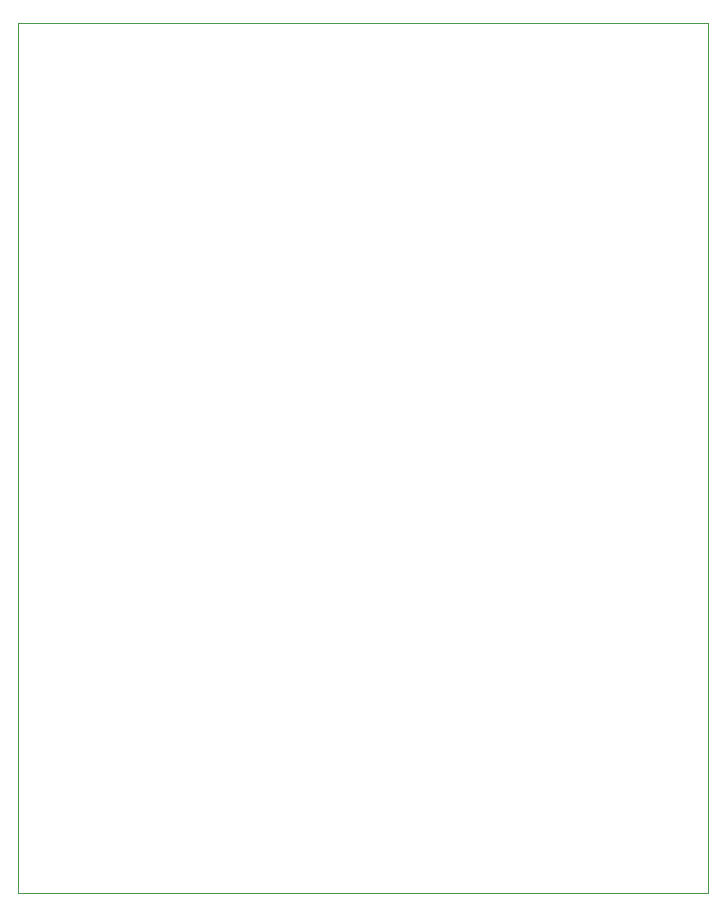
<source format=gbr>
%TF.GenerationSoftware,KiCad,Pcbnew,7.0.8*%
%TF.CreationDate,2023-11-27T10:02:50-05:00*%
%TF.ProjectId,Esquema KiCad Proyecto,45737175-656d-4612-904b-694361642050,rev?*%
%TF.SameCoordinates,Original*%
%TF.FileFunction,Profile,NP*%
%FSLAX46Y46*%
G04 Gerber Fmt 4.6, Leading zero omitted, Abs format (unit mm)*
G04 Created by KiCad (PCBNEW 7.0.8) date 2023-11-27 10:02:50*
%MOMM*%
%LPD*%
G01*
G04 APERTURE LIST*
%TA.AperFunction,Profile*%
%ADD10C,0.100000*%
%TD*%
G04 APERTURE END LIST*
D10*
X167640000Y-35560000D02*
X226060000Y-35560000D01*
X226060000Y-109220000D01*
X167640000Y-109220000D01*
X167640000Y-35560000D01*
M02*

</source>
